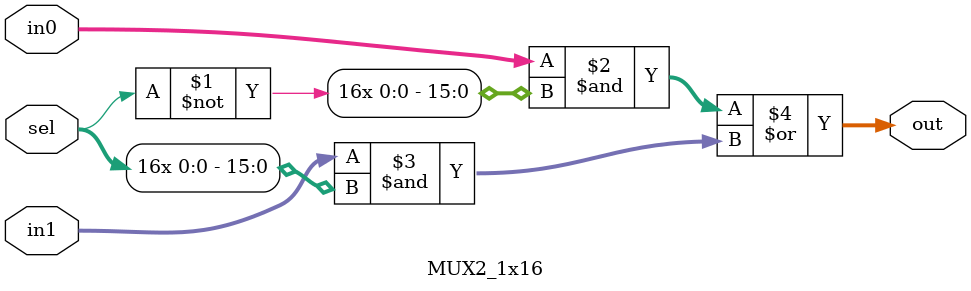
<source format=v>
`timescale 1ns / 1ps


module MUX2_1x16(
    input [15:0] in0,
    input [15:0] in1,
    input sel,
    output [15:0] out
    );
    
    assign out = (in0 & {16{~sel}})|(in1 & {16{sel}});
    
endmodule

</source>
